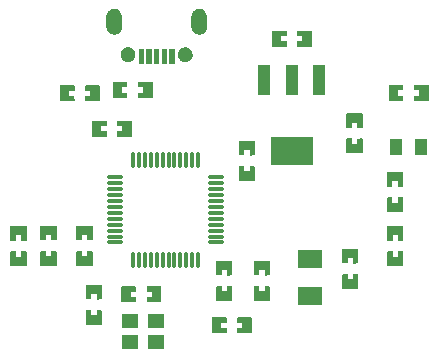
<source format=gtp>
G04 Layer: TopPasteMaskLayer*
G04 EasyEDA v6.5.39, 2024-01-11 12:10:10*
G04 6726c83836ac4f208e7d9a6969430780,b65fc79a3ba447d2aedd2257ff82dca6,10*
G04 Gerber Generator version 0.2*
G04 Scale: 100 percent, Rotated: No, Reflected: No *
G04 Dimensions in millimeters *
G04 leading zeros omitted , absolute positions ,4 integer and 5 decimal *
%FSLAX45Y45*%
%MOMM*%

%AMMACRO1*21,1,$1,$2,0,0,$3*%
%ADD10R,2.0000X1.6002*%
%ADD11R,1.0000X1.3995*%
%ADD12R,1.1000X2.5000*%
%ADD13MACRO1,3.6002X2.3398X0.0000*%
%ADD14O,0.27000199999999996X1.499997*%
%ADD15O,1.499997X0.27000199999999996*%
%ADD16MACRO1,1.1999X1.4X90.0000*%
%ADD17R,1.4000X1.2000*%
%ADD18MACRO1,1.1999X1.4X-90.0000*%
%ADD19C,0.0168*%

%LPD*%
G36*
X3590798Y5020005D02*
G01*
X3585819Y5014976D01*
X3586276Y4973015D01*
X3630320Y4973015D01*
X3630320Y4928006D01*
X3585311Y4928006D01*
X3585819Y4887010D01*
X3590798Y4881981D01*
X3705809Y4881981D01*
X3710787Y4887010D01*
X3710787Y5014976D01*
X3705809Y5020005D01*
G37*
G36*
X3375812Y5020005D02*
G01*
X3370783Y5014976D01*
X3370783Y4887010D01*
X3375812Y4881981D01*
X3490823Y4881981D01*
X3495801Y4887010D01*
X3495294Y4928006D01*
X3451301Y4928006D01*
X3451301Y4973015D01*
X3495801Y4973015D01*
X3495801Y5014976D01*
X3490823Y5020005D01*
G37*
G36*
X3556406Y3615588D02*
G01*
X3515410Y3615080D01*
X3510381Y3610101D01*
X3510381Y3495090D01*
X3515410Y3490112D01*
X3643376Y3490112D01*
X3648405Y3495090D01*
X3648405Y3610101D01*
X3643376Y3615080D01*
X3601415Y3614623D01*
X3601415Y3570579D01*
X3556406Y3570579D01*
G37*
G36*
X3515410Y3830116D02*
G01*
X3510381Y3825087D01*
X3510381Y3710076D01*
X3515410Y3705098D01*
X3556406Y3705606D01*
X3556406Y3749598D01*
X3601415Y3749598D01*
X3601415Y3705098D01*
X3643376Y3705098D01*
X3648405Y3710076D01*
X3648405Y3825087D01*
X3643376Y3830116D01*
G37*
G36*
X4891024Y4548987D02*
G01*
X4885994Y4544009D01*
X4885994Y4428998D01*
X4891024Y4424019D01*
X4932984Y4424476D01*
X4932984Y4468520D01*
X4977993Y4468520D01*
X4977993Y4423511D01*
X5018989Y4424019D01*
X5024018Y4428998D01*
X5024018Y4544009D01*
X5018989Y4548987D01*
G37*
G36*
X4891024Y4334002D02*
G01*
X4885994Y4329023D01*
X4885994Y4214012D01*
X4891024Y4208983D01*
X5018989Y4208983D01*
X5024018Y4214012D01*
X5024018Y4329023D01*
X5018989Y4334002D01*
X4977993Y4333494D01*
X4977993Y4289501D01*
X4932984Y4289501D01*
X4932984Y4334002D01*
G37*
G36*
X3251606Y3615588D02*
G01*
X3210610Y3615080D01*
X3205581Y3610101D01*
X3205581Y3495090D01*
X3210610Y3490112D01*
X3338576Y3490112D01*
X3343605Y3495090D01*
X3343605Y3610101D01*
X3338576Y3615080D01*
X3296615Y3614623D01*
X3296615Y3570579D01*
X3251606Y3570579D01*
G37*
G36*
X3210610Y3830116D02*
G01*
X3205581Y3825087D01*
X3205581Y3710076D01*
X3210610Y3705098D01*
X3251606Y3705606D01*
X3251606Y3749598D01*
X3296615Y3749598D01*
X3296615Y3705098D01*
X3338576Y3705098D01*
X3343605Y3710076D01*
X3343605Y3825087D01*
X3338576Y3830116D01*
G37*
G36*
X3647490Y4719218D02*
G01*
X3642512Y4714189D01*
X3642512Y4586224D01*
X3647490Y4581194D01*
X3762501Y4581194D01*
X3767480Y4586224D01*
X3767023Y4628184D01*
X3722979Y4628184D01*
X3722979Y4673193D01*
X3767988Y4673193D01*
X3767480Y4714189D01*
X3762501Y4719218D01*
G37*
G36*
X3862476Y4719218D02*
G01*
X3857498Y4714189D01*
X3858006Y4673193D01*
X3901998Y4673193D01*
X3901998Y4628184D01*
X3857498Y4628184D01*
X3857498Y4586224D01*
X3862476Y4581194D01*
X3977487Y4581194D01*
X3982516Y4586224D01*
X3982516Y4714189D01*
X3977487Y4719218D01*
G37*
G36*
X4700524Y3532987D02*
G01*
X4695494Y3528009D01*
X4695494Y3412998D01*
X4700524Y3408019D01*
X4742484Y3408476D01*
X4742484Y3452520D01*
X4787493Y3452520D01*
X4787493Y3407511D01*
X4828489Y3408019D01*
X4833518Y3412998D01*
X4833518Y3528009D01*
X4828489Y3532987D01*
G37*
G36*
X4700524Y3318001D02*
G01*
X4695494Y3313023D01*
X4695494Y3198012D01*
X4700524Y3192983D01*
X4828489Y3192983D01*
X4833518Y3198012D01*
X4833518Y3313023D01*
X4828489Y3318001D01*
X4787493Y3317494D01*
X4787493Y3273501D01*
X4742484Y3273501D01*
X4742484Y3318001D01*
G37*
G36*
X5018024Y3532987D02*
G01*
X5012994Y3528009D01*
X5012994Y3412998D01*
X5018024Y3408019D01*
X5059984Y3408476D01*
X5059984Y3452520D01*
X5104993Y3452520D01*
X5104993Y3407511D01*
X5145989Y3408019D01*
X5151018Y3412998D01*
X5151018Y3528009D01*
X5145989Y3532987D01*
G37*
G36*
X5018024Y3318001D02*
G01*
X5012994Y3313023D01*
X5012994Y3198012D01*
X5018024Y3192983D01*
X5145989Y3192983D01*
X5151018Y3198012D01*
X5151018Y3313023D01*
X5145989Y3318001D01*
X5104993Y3317494D01*
X5104993Y3273501D01*
X5059984Y3273501D01*
X5059984Y3318001D01*
G37*
G36*
X5767324Y3634587D02*
G01*
X5762294Y3629609D01*
X5762294Y3514598D01*
X5767324Y3509619D01*
X5809284Y3510076D01*
X5809284Y3554120D01*
X5854293Y3554120D01*
X5854293Y3509111D01*
X5895289Y3509619D01*
X5900318Y3514598D01*
X5900318Y3629609D01*
X5895289Y3634587D01*
G37*
G36*
X5767324Y3419601D02*
G01*
X5762294Y3414623D01*
X5762294Y3299612D01*
X5767324Y3294583D01*
X5895289Y3294583D01*
X5900318Y3299612D01*
X5900318Y3414623D01*
X5895289Y3419601D01*
X5854293Y3419094D01*
X5854293Y3375101D01*
X5809284Y3375101D01*
X5809284Y3419601D01*
G37*
G36*
X4663490Y3055518D02*
G01*
X4658512Y3050489D01*
X4658512Y2922524D01*
X4663490Y2917494D01*
X4778502Y2917494D01*
X4783480Y2922524D01*
X4783023Y2964484D01*
X4738979Y2964484D01*
X4738979Y3009493D01*
X4783988Y3009493D01*
X4783480Y3050489D01*
X4778502Y3055518D01*
G37*
G36*
X4878476Y3055518D02*
G01*
X4873498Y3050489D01*
X4874006Y3009493D01*
X4917998Y3009493D01*
X4917998Y2964484D01*
X4873498Y2964484D01*
X4873498Y2922524D01*
X4878476Y2917494D01*
X4993487Y2917494D01*
X4998516Y2922524D01*
X4998516Y3050489D01*
X4993487Y3055518D01*
G37*
G36*
X4111498Y3318205D02*
G01*
X4106519Y3313176D01*
X4106976Y3271215D01*
X4151020Y3271215D01*
X4151020Y3226206D01*
X4106011Y3226206D01*
X4106519Y3185210D01*
X4111498Y3180181D01*
X4226509Y3180181D01*
X4231487Y3185210D01*
X4231487Y3313176D01*
X4226509Y3318205D01*
G37*
G36*
X3896512Y3318205D02*
G01*
X3891483Y3313176D01*
X3891483Y3185210D01*
X3896512Y3180181D01*
X4011523Y3180181D01*
X4016501Y3185210D01*
X4015994Y3226206D01*
X3972001Y3226206D01*
X3972001Y3271215D01*
X4016501Y3271215D01*
X4016501Y3313176D01*
X4011523Y3318205D01*
G37*
G36*
X3595624Y3329787D02*
G01*
X3590594Y3324809D01*
X3590594Y3209798D01*
X3595624Y3204819D01*
X3637584Y3205276D01*
X3637584Y3249320D01*
X3682593Y3249320D01*
X3682593Y3204311D01*
X3723589Y3204819D01*
X3728618Y3209798D01*
X3728618Y3324809D01*
X3723589Y3329787D01*
G37*
G36*
X3595624Y3114802D02*
G01*
X3590594Y3109823D01*
X3590594Y2994812D01*
X3595624Y2989783D01*
X3723589Y2989783D01*
X3728618Y2994812D01*
X3728618Y3109823D01*
X3723589Y3114802D01*
X3682593Y3114294D01*
X3682593Y3070301D01*
X3637584Y3070301D01*
X3637584Y3114802D01*
G37*
G36*
X5171490Y5481218D02*
G01*
X5166512Y5476189D01*
X5166512Y5348224D01*
X5171490Y5343194D01*
X5286502Y5343194D01*
X5291480Y5348224D01*
X5291023Y5390184D01*
X5246979Y5390184D01*
X5246979Y5435193D01*
X5291988Y5435193D01*
X5291480Y5476189D01*
X5286502Y5481218D01*
G37*
G36*
X5386476Y5481218D02*
G01*
X5381498Y5476189D01*
X5382006Y5435193D01*
X5425998Y5435193D01*
X5425998Y5390184D01*
X5381498Y5390184D01*
X5381498Y5348224D01*
X5386476Y5343194D01*
X5501487Y5343194D01*
X5506516Y5348224D01*
X5506516Y5476189D01*
X5501487Y5481218D01*
G37*
G36*
X5842406Y4568088D02*
G01*
X5801410Y4567580D01*
X5796381Y4562602D01*
X5796381Y4447590D01*
X5801410Y4442612D01*
X5929376Y4442612D01*
X5934405Y4447590D01*
X5934405Y4562602D01*
X5929376Y4567580D01*
X5887415Y4567123D01*
X5887415Y4523079D01*
X5842406Y4523079D01*
G37*
G36*
X5801410Y4782616D02*
G01*
X5796381Y4777587D01*
X5796381Y4662576D01*
X5801410Y4657598D01*
X5842406Y4658106D01*
X5842406Y4702098D01*
X5887415Y4702098D01*
X5887415Y4657598D01*
X5929376Y4657598D01*
X5934405Y4662576D01*
X5934405Y4777587D01*
X5929376Y4782616D01*
G37*
G36*
X2958592Y3827627D02*
G01*
X2953613Y3822598D01*
X2953613Y3707587D01*
X2958592Y3702608D01*
X3000603Y3703116D01*
X3000603Y3747109D01*
X3045612Y3747109D01*
X3045612Y3702100D01*
X3086608Y3702608D01*
X3091586Y3707587D01*
X3091586Y3822598D01*
X3086608Y3827627D01*
G37*
G36*
X2958592Y3612591D02*
G01*
X2953613Y3607612D01*
X2953613Y3492601D01*
X2958592Y3487623D01*
X3086608Y3487623D01*
X3091586Y3492601D01*
X3091586Y3607612D01*
X3086608Y3612591D01*
X3045612Y3612083D01*
X3045612Y3568090D01*
X3000603Y3568090D01*
X3000603Y3612591D01*
G37*
G36*
X3822801Y5047386D02*
G01*
X3817772Y5042408D01*
X3817772Y4914392D01*
X3822801Y4909413D01*
X3937812Y4909413D01*
X3942791Y4914392D01*
X3942283Y4956403D01*
X3898290Y4956403D01*
X3898290Y5001412D01*
X3943299Y5001412D01*
X3942791Y5042408D01*
X3937812Y5047386D01*
G37*
G36*
X4037787Y5047386D02*
G01*
X4032808Y5042408D01*
X4033316Y5001412D01*
X4077309Y5001412D01*
X4077309Y4956403D01*
X4032808Y4956403D01*
X4032808Y4914392D01*
X4037787Y4909413D01*
X4152798Y4909413D01*
X4157776Y4914392D01*
X4157776Y5042408D01*
X4152798Y5047386D01*
G37*
G36*
X6159601Y5021986D02*
G01*
X6154572Y5017008D01*
X6154572Y4888992D01*
X6159601Y4884013D01*
X6274612Y4884013D01*
X6279591Y4888992D01*
X6279083Y4931003D01*
X6235090Y4931003D01*
X6235090Y4976012D01*
X6280099Y4976012D01*
X6279591Y5017008D01*
X6274612Y5021986D01*
G37*
G36*
X6374587Y5021986D02*
G01*
X6369608Y5017008D01*
X6370116Y4976012D01*
X6414109Y4976012D01*
X6414109Y4931003D01*
X6369608Y4931003D01*
X6369608Y4888992D01*
X6374587Y4884013D01*
X6489598Y4884013D01*
X6494576Y4888992D01*
X6494576Y5017008D01*
X6489598Y5021986D01*
G37*
G36*
X6187287Y4070299D02*
G01*
X6146292Y4069791D01*
X6141313Y4064812D01*
X6141313Y3949801D01*
X6146292Y3944772D01*
X6274308Y3944772D01*
X6279286Y3949801D01*
X6279286Y4064812D01*
X6274308Y4069791D01*
X6232296Y4069283D01*
X6232296Y4025290D01*
X6187287Y4025290D01*
G37*
G36*
X6146292Y4284776D02*
G01*
X6141313Y4279798D01*
X6141313Y4164787D01*
X6146292Y4159808D01*
X6187287Y4160316D01*
X6187287Y4204309D01*
X6232296Y4204309D01*
X6232296Y4159808D01*
X6274308Y4159808D01*
X6279286Y4164787D01*
X6279286Y4279798D01*
X6274308Y4284776D01*
G37*
G36*
X6146292Y3827627D02*
G01*
X6141313Y3822598D01*
X6141313Y3707587D01*
X6146292Y3702608D01*
X6188303Y3703116D01*
X6188303Y3747109D01*
X6233312Y3747109D01*
X6233312Y3702100D01*
X6274308Y3702608D01*
X6279286Y3707587D01*
X6279286Y3822598D01*
X6274308Y3827627D01*
G37*
G36*
X6146292Y3612591D02*
G01*
X6141313Y3607612D01*
X6141313Y3492601D01*
X6146292Y3487623D01*
X6274308Y3487623D01*
X6279286Y3492601D01*
X6279286Y3607612D01*
X6274308Y3612591D01*
X6233312Y3612083D01*
X6233312Y3568090D01*
X6188303Y3568090D01*
X6188303Y3612591D01*
G37*
G36*
X4039565Y5325618D02*
G01*
X4039565Y5200599D01*
X4084523Y5200599D01*
X4084523Y5325618D01*
G37*
G36*
X4104538Y5325618D02*
G01*
X4104538Y5200599D01*
X4149547Y5200599D01*
X4149547Y5325618D01*
G37*
G36*
X4169562Y5325618D02*
G01*
X4169562Y5200599D01*
X4214520Y5200599D01*
X4214520Y5325618D01*
G37*
G36*
X4234535Y5325618D02*
G01*
X4234535Y5200599D01*
X4279544Y5200599D01*
X4279544Y5325618D01*
G37*
G36*
X4299559Y5325618D02*
G01*
X4299559Y5200599D01*
X4344517Y5200599D01*
X4344517Y5325618D01*
G37*
G36*
X4434128Y5339791D02*
G01*
X4429048Y5339638D01*
X4424019Y5339080D01*
X4419041Y5338114D01*
X4414164Y5336743D01*
X4409440Y5334965D01*
X4404817Y5332831D01*
X4400448Y5330342D01*
X4396232Y5327446D01*
X4392320Y5324297D01*
X4388612Y5320792D01*
X4385259Y5317032D01*
X4382211Y5312968D01*
X4379468Y5308701D01*
X4377080Y5304231D01*
X4375099Y5299557D01*
X4373473Y5294782D01*
X4372254Y5289854D01*
X4371441Y5284876D01*
X4371035Y5279796D01*
X4371035Y5274767D01*
X4371441Y5269687D01*
X4372254Y5264708D01*
X4373473Y5259781D01*
X4375099Y5255006D01*
X4377080Y5250332D01*
X4379468Y5245862D01*
X4382211Y5241594D01*
X4385259Y5237530D01*
X4388612Y5233771D01*
X4392320Y5230266D01*
X4396232Y5227116D01*
X4400448Y5224221D01*
X4404817Y5221732D01*
X4409440Y5219598D01*
X4414164Y5217820D01*
X4419041Y5216448D01*
X4424019Y5215483D01*
X4429048Y5214924D01*
X4434128Y5214772D01*
X4439208Y5215026D01*
X4444187Y5215686D01*
X4449165Y5216753D01*
X4453991Y5218226D01*
X4458716Y5220106D01*
X4463288Y5222341D01*
X4467606Y5224932D01*
X4471771Y5227878D01*
X4475632Y5231130D01*
X4479239Y5234686D01*
X4482541Y5238546D01*
X4485487Y5242610D01*
X4488129Y5246928D01*
X4490415Y5251500D01*
X4492345Y5256174D01*
X4493818Y5261000D01*
X4494936Y5265928D01*
X4495647Y5270957D01*
X4496003Y5276037D01*
X4495901Y5281066D01*
X4495342Y5286095D01*
X4494428Y5291124D01*
X4493107Y5296001D01*
X4491431Y5300776D01*
X4489348Y5305399D01*
X4486859Y5309819D01*
X4484065Y5314035D01*
X4480915Y5317998D01*
X4477461Y5321706D01*
X4473702Y5325110D01*
X4469739Y5328208D01*
X4465472Y5331002D01*
X4461002Y5333390D01*
X4456379Y5335422D01*
X4451604Y5337098D01*
X4446676Y5338368D01*
X4441698Y5339232D01*
G37*
G36*
X3949141Y5339791D02*
G01*
X3944061Y5339638D01*
X3939032Y5339080D01*
X3934053Y5338114D01*
X3929176Y5336743D01*
X3924452Y5334965D01*
X3919829Y5332831D01*
X3915460Y5330342D01*
X3911244Y5327446D01*
X3907332Y5324297D01*
X3903624Y5320792D01*
X3900271Y5317032D01*
X3897223Y5312968D01*
X3894480Y5308701D01*
X3892092Y5304231D01*
X3890111Y5299557D01*
X3888486Y5294782D01*
X3887266Y5289854D01*
X3886454Y5284876D01*
X3886047Y5279796D01*
X3886047Y5274767D01*
X3886454Y5269687D01*
X3887266Y5264708D01*
X3888486Y5259781D01*
X3890111Y5255006D01*
X3892092Y5250332D01*
X3894480Y5245862D01*
X3897223Y5241594D01*
X3900271Y5237530D01*
X3903624Y5233771D01*
X3907332Y5230266D01*
X3911244Y5227116D01*
X3915460Y5224221D01*
X3919829Y5221732D01*
X3924452Y5219598D01*
X3929176Y5217820D01*
X3934053Y5216448D01*
X3939032Y5215483D01*
X3944061Y5214924D01*
X3949141Y5214772D01*
X3954221Y5215026D01*
X3959199Y5215686D01*
X3964178Y5216753D01*
X3969004Y5218226D01*
X3973728Y5220106D01*
X3978300Y5222341D01*
X3982618Y5224932D01*
X3986784Y5227878D01*
X3990644Y5231130D01*
X3994251Y5234686D01*
X3997553Y5238546D01*
X4000500Y5242610D01*
X4003141Y5246928D01*
X4005427Y5251500D01*
X4007358Y5256174D01*
X4008831Y5261000D01*
X4009948Y5265928D01*
X4010660Y5270957D01*
X4011015Y5276037D01*
X4010914Y5281066D01*
X4010355Y5286095D01*
X4009440Y5291124D01*
X4008120Y5296001D01*
X4006443Y5300776D01*
X4004360Y5305399D01*
X4001871Y5309819D01*
X3999077Y5314035D01*
X3995928Y5317998D01*
X3992473Y5321706D01*
X3988714Y5325110D01*
X3984751Y5328208D01*
X3980484Y5331002D01*
X3976014Y5333390D01*
X3971391Y5335422D01*
X3966616Y5337098D01*
X3961688Y5338368D01*
X3956710Y5339232D01*
G37*
G36*
X3829405Y5667248D02*
G01*
X3822903Y5666740D01*
X3816553Y5665622D01*
X3810304Y5663844D01*
X3804259Y5661507D01*
X3798519Y5658510D01*
X3793083Y5655005D01*
X3788003Y5650992D01*
X3783380Y5646470D01*
X3779215Y5641492D01*
X3775557Y5636158D01*
X3772458Y5630468D01*
X3769918Y5624474D01*
X3767988Y5618276D01*
X3766718Y5611926D01*
X3766108Y5605475D01*
X3766007Y5512257D01*
X3766312Y5505754D01*
X3767277Y5499354D01*
X3768902Y5493054D01*
X3771087Y5487009D01*
X3773932Y5481167D01*
X3777284Y5475630D01*
X3781196Y5470448D01*
X3785615Y5465724D01*
X3790492Y5461406D01*
X3795725Y5457647D01*
X3801364Y5454396D01*
X3807256Y5451754D01*
X3813403Y5449671D01*
X3819702Y5448249D01*
X3826154Y5447436D01*
X3832606Y5447233D01*
X3839108Y5447741D01*
X3845458Y5448858D01*
X3851706Y5450636D01*
X3857751Y5452973D01*
X3863492Y5455970D01*
X3868928Y5459476D01*
X3874008Y5463489D01*
X3878681Y5468010D01*
X3882796Y5472988D01*
X3886454Y5478322D01*
X3889552Y5484012D01*
X3892092Y5490006D01*
X3893972Y5496204D01*
X3895293Y5502554D01*
X3895902Y5509006D01*
X3896004Y5602224D01*
X3895699Y5608726D01*
X3894734Y5615127D01*
X3893108Y5621426D01*
X3890924Y5627471D01*
X3888079Y5633313D01*
X3884726Y5638850D01*
X3880815Y5644032D01*
X3876395Y5648756D01*
X3871518Y5653074D01*
X3866286Y5656834D01*
X3860647Y5660085D01*
X3854754Y5662726D01*
X3848608Y5664809D01*
X3842308Y5666232D01*
X3835857Y5667044D01*
G37*
G36*
X4549394Y5667298D02*
G01*
X4542891Y5666790D01*
X4536541Y5665673D01*
X4530293Y5663895D01*
X4524248Y5661558D01*
X4518507Y5658561D01*
X4513072Y5655056D01*
X4507992Y5651042D01*
X4503318Y5646521D01*
X4499203Y5641543D01*
X4495546Y5636209D01*
X4492447Y5630519D01*
X4489907Y5624525D01*
X4488027Y5618327D01*
X4486706Y5611977D01*
X4486097Y5605526D01*
X4485995Y5512308D01*
X4486300Y5505805D01*
X4487265Y5499404D01*
X4488891Y5493105D01*
X4491075Y5487060D01*
X4493920Y5481218D01*
X4497273Y5475681D01*
X4501184Y5470499D01*
X4505604Y5465775D01*
X4510481Y5461457D01*
X4515713Y5457698D01*
X4521352Y5454446D01*
X4527245Y5451805D01*
X4533392Y5449722D01*
X4539691Y5448300D01*
X4546142Y5447487D01*
X4552594Y5447284D01*
X4559096Y5447792D01*
X4565446Y5448909D01*
X4571695Y5450687D01*
X4577740Y5453024D01*
X4583480Y5456021D01*
X4588916Y5459526D01*
X4593996Y5463540D01*
X4598619Y5468061D01*
X4602784Y5473039D01*
X4606442Y5478373D01*
X4609541Y5484063D01*
X4612081Y5490057D01*
X4614011Y5496255D01*
X4615281Y5502605D01*
X4615891Y5509056D01*
X4615992Y5602274D01*
X4615688Y5608777D01*
X4614722Y5615178D01*
X4613097Y5621477D01*
X4610912Y5627522D01*
X4608068Y5633364D01*
X4604715Y5638901D01*
X4600803Y5644083D01*
X4596384Y5648807D01*
X4591507Y5653125D01*
X4586274Y5656884D01*
X4580636Y5660136D01*
X4574743Y5662777D01*
X4568596Y5664860D01*
X4562297Y5666282D01*
X4555845Y5667095D01*
G37*
D10*
G01*
X5486400Y3230879D03*
G01*
X5486400Y3550894D03*
D11*
G01*
X6219570Y4495800D03*
G01*
X6429629Y4495800D03*
D12*
G01*
X5563997Y5059502D03*
G01*
X5334000Y5059502D03*
G01*
X5104002Y5059502D03*
D13*
G01*
X5334000Y4465497D03*
D14*
G01*
X3992194Y3537407D03*
G01*
X4042206Y3537407D03*
G01*
X4092193Y3537407D03*
G01*
X4142206Y3537407D03*
G01*
X4192193Y3537407D03*
G01*
X4242206Y3537407D03*
G01*
X4292193Y3537407D03*
G01*
X4342206Y3537407D03*
G01*
X4392193Y3537407D03*
G01*
X4442206Y3537407D03*
G01*
X4492193Y3537407D03*
G01*
X4542205Y3537407D03*
D15*
G01*
X4692192Y3687394D03*
G01*
X4692192Y3737406D03*
G01*
X4692192Y3787394D03*
G01*
X4692192Y3837406D03*
G01*
X4692192Y3887393D03*
G01*
X4692192Y3937406D03*
G01*
X4692192Y3987393D03*
G01*
X4692192Y4037406D03*
G01*
X4692192Y4087393D03*
G01*
X4692192Y4137405D03*
G01*
X4692192Y4187393D03*
G01*
X4692192Y4237405D03*
D14*
G01*
X4542205Y4387392D03*
G01*
X4492193Y4387392D03*
G01*
X4442206Y4387392D03*
G01*
X4392193Y4387392D03*
G01*
X4342206Y4387392D03*
G01*
X4292193Y4387392D03*
G01*
X4242206Y4387392D03*
G01*
X4192193Y4387392D03*
G01*
X4142206Y4387392D03*
G01*
X4092193Y4387392D03*
G01*
X4042206Y4387392D03*
G01*
X3992194Y4387392D03*
D15*
G01*
X3842207Y4237405D03*
G01*
X3842207Y4187393D03*
G01*
X3842207Y4137405D03*
G01*
X3842207Y4087393D03*
G01*
X3842207Y4037406D03*
G01*
X3842207Y3987393D03*
G01*
X3842207Y3937406D03*
G01*
X3842207Y3887393D03*
G01*
X3842207Y3837406D03*
G01*
X3842207Y3787394D03*
G01*
X3842207Y3737406D03*
G01*
X3842207Y3687394D03*
D16*
G01*
X3966692Y2848711D03*
G01*
X4186707Y2848711D03*
D17*
G01*
X4186707Y3018713D03*
D18*
G01*
X3966692Y3018713D03*
M02*

</source>
